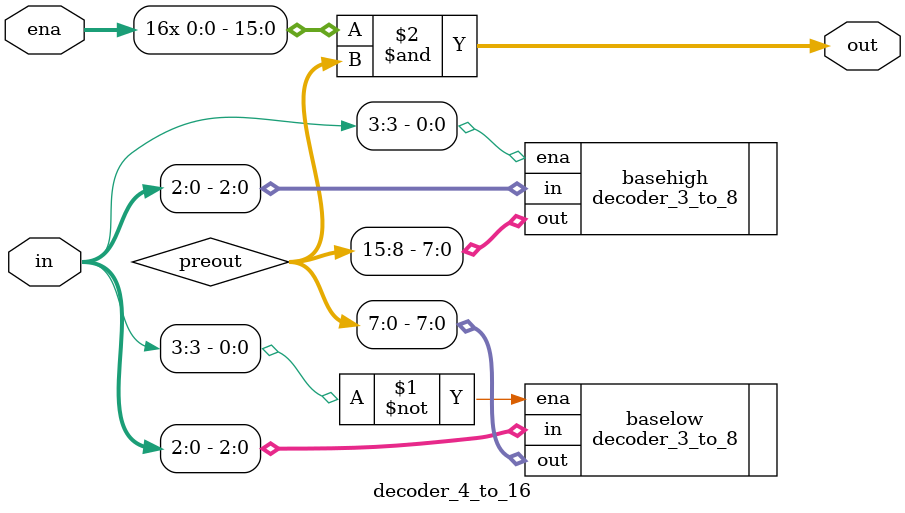
<source format=sv>
`timescale 1ns/1ps
`default_nettype none

module decoder_4_to_16(ena, in, out);

input wire ena;
input wire [3:0] in;
output logic [15:0] out;

parameter N = 16;
logic [15:0] preout;

decoder_3_to_8 basehigh(
    .ena(in[3]),
    .in(in[2:0]),
    .out(preout[15:8])
);

decoder_3_to_8 baselow(
    .ena(~in[3]),
    .in(in[2:0]),
    .out(preout[7:0])
);

assign out = {{N}{ena}} & preout;

endmodule
</source>
